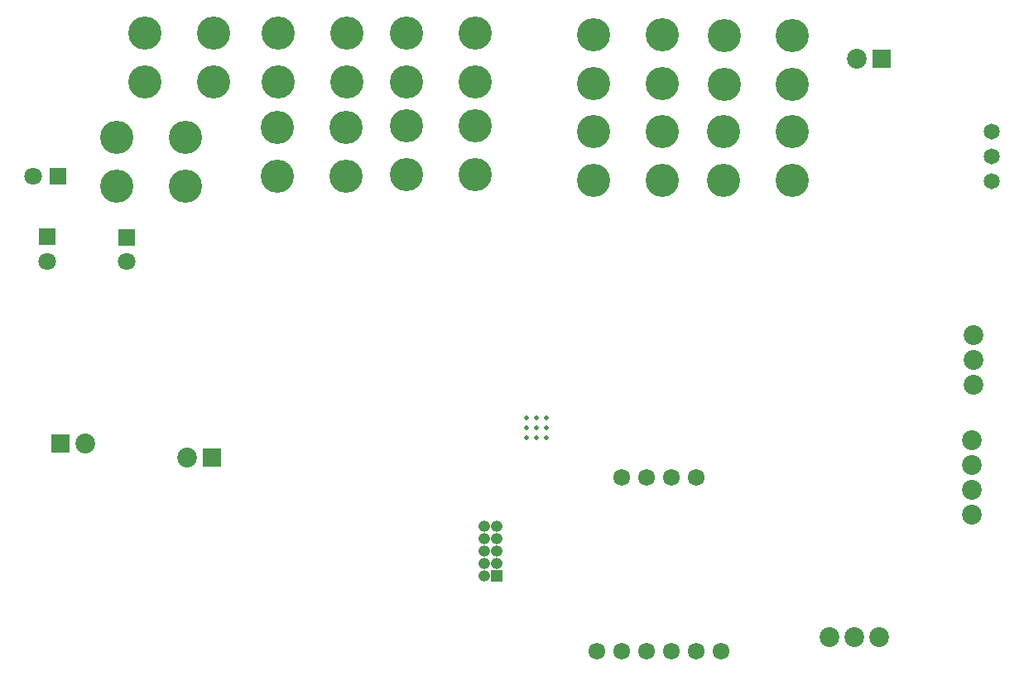
<source format=gbs>
G04 #@! TF.GenerationSoftware,KiCad,Pcbnew,(5.0.0)*
G04 #@! TF.CreationDate,2019-02-11T21:57:58-03:30*
G04 #@! TF.ProjectId,Tooling Board,546F6F6C696E6720426F6172642E6B69,rev?*
G04 #@! TF.SameCoordinates,Original*
G04 #@! TF.FileFunction,Soldermask,Bot*
G04 #@! TF.FilePolarity,Negative*
%FSLAX46Y46*%
G04 Gerber Fmt 4.6, Leading zero omitted, Abs format (unit mm)*
G04 Created by KiCad (PCBNEW (5.0.0)) date 02/11/19 21:57:58*
%MOMM*%
%LPD*%
G01*
G04 APERTURE LIST*
%ADD10C,0.500000*%
%ADD11C,1.724000*%
%ADD12R,1.200000X1.200000*%
%ADD13O,1.200000X1.200000*%
%ADD14R,1.800000X1.800000*%
%ADD15C,1.800000*%
%ADD16C,3.400000*%
%ADD17R,1.924000X1.924000*%
%ADD18C,2.024000*%
%ADD19C,1.640000*%
G04 APERTURE END LIST*
D10*
G04 #@! TO.C,U201*
X156280000Y-76250000D03*
X155280000Y-76250000D03*
X154280000Y-76250000D03*
X156280000Y-75250000D03*
X155279999Y-75250000D03*
X154280000Y-75250000D03*
X156280000Y-74250000D03*
X155280000Y-74250000D03*
X154280000Y-74250000D03*
G04 #@! TD*
D11*
G04 #@! TO.C,U701*
X171670000Y-80350000D03*
X169130000Y-80350000D03*
X166590000Y-80350000D03*
X164050000Y-80350000D03*
X174210000Y-98130000D03*
X171670000Y-98130000D03*
X169130000Y-98130000D03*
X166590000Y-98130000D03*
X164050000Y-98130000D03*
X161510000Y-98130000D03*
G04 #@! TD*
D12*
G04 #@! TO.C,J201*
X151200000Y-90400000D03*
D13*
X149930000Y-90400000D03*
X151200000Y-89130000D03*
X149930000Y-89130000D03*
X151200000Y-87860000D03*
X149930000Y-87860000D03*
X151200000Y-86590000D03*
X149930000Y-86590000D03*
X151200000Y-85320000D03*
X149930000Y-85320000D03*
G04 #@! TD*
D14*
G04 #@! TO.C,C101*
X113430000Y-55730000D03*
D15*
X113430000Y-58230000D03*
G04 #@! TD*
D14*
G04 #@! TO.C,C102*
X106330000Y-49470000D03*
D15*
X103830000Y-49470000D03*
G04 #@! TD*
D14*
G04 #@! TO.C,C104*
X105270000Y-55720000D03*
D15*
X105270000Y-58220000D03*
G04 #@! TD*
D16*
G04 #@! TO.C,J101*
X112355000Y-45480000D03*
X119365000Y-45480000D03*
X119365000Y-50480000D03*
X112355000Y-50480000D03*
G04 #@! TD*
G04 #@! TO.C,J102*
X115275000Y-34850000D03*
X122285000Y-34850000D03*
X122285000Y-39850000D03*
X115275000Y-39850000D03*
G04 #@! TD*
G04 #@! TO.C,J401*
X161145000Y-35040000D03*
X168155000Y-35040000D03*
X168155000Y-40040000D03*
X161145000Y-40040000D03*
G04 #@! TD*
G04 #@! TO.C,J402*
X161125000Y-44910000D03*
X168135000Y-44910000D03*
X168135000Y-49910000D03*
X161125000Y-49910000D03*
G04 #@! TD*
G04 #@! TO.C,J403*
X174485000Y-35100000D03*
X181495000Y-35100000D03*
X181495000Y-40100000D03*
X174485000Y-40100000D03*
G04 #@! TD*
G04 #@! TO.C,J404*
X174415000Y-44900000D03*
X181425000Y-44900000D03*
X181425000Y-49900000D03*
X174415000Y-49900000D03*
G04 #@! TD*
G04 #@! TO.C,J501*
X128915000Y-34890000D03*
X135925000Y-34890000D03*
X135925000Y-39890000D03*
X128915000Y-39890000D03*
G04 #@! TD*
G04 #@! TO.C,J502*
X128829000Y-44490000D03*
X135839000Y-44490000D03*
X135839000Y-49490000D03*
X128829000Y-49490000D03*
G04 #@! TD*
G04 #@! TO.C,J503*
X142037000Y-34838000D03*
X149047000Y-34838000D03*
X149047000Y-39838000D03*
X142037000Y-39838000D03*
G04 #@! TD*
G04 #@! TO.C,J504*
X141995000Y-44340000D03*
X149005000Y-44340000D03*
X149005000Y-49340000D03*
X141995000Y-49340000D03*
G04 #@! TD*
D17*
G04 #@! TO.C,J301*
X106640000Y-76860000D03*
D18*
X109180000Y-76860000D03*
G04 #@! TD*
D17*
G04 #@! TO.C,J302*
X122150000Y-78260000D03*
D18*
X119610000Y-78260000D03*
G04 #@! TD*
G04 #@! TO.C,J701*
X187800000Y-96620000D03*
X190340000Y-96620000D03*
X185260000Y-96620000D03*
G04 #@! TD*
G04 #@! TO.C,J702*
X199820000Y-81630000D03*
X199820000Y-84170000D03*
X199820000Y-79090000D03*
X199820000Y-76550000D03*
G04 #@! TD*
G04 #@! TO.C,J703*
X200040000Y-68320000D03*
X200040000Y-70860000D03*
X200040000Y-65780000D03*
G04 #@! TD*
D17*
G04 #@! TO.C,J801*
X190640000Y-37440000D03*
D18*
X188100000Y-37440000D03*
G04 #@! TD*
D19*
G04 #@! TO.C,RV801*
X201830000Y-50040000D03*
X201830000Y-47500000D03*
X201830000Y-44960000D03*
G04 #@! TD*
M02*

</source>
